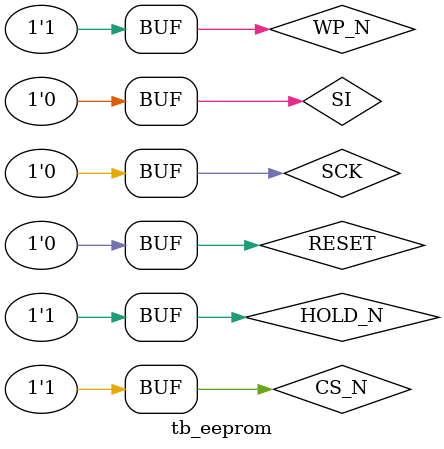
<source format=v>
`timescale 1ns / 10ps

module tb_eeprom;

	// Inputs
	reg SI;
	reg SCK;
	reg CS_N;
	reg WP_N;
	reg HOLD_N;
	reg RESET;

	// Outputs
	wire SO;

	// Instantiate the Unit Under Test (UUT)
	M25LC020A uut (
		.SI(SI), 
		.SO(SO), 
		.SCK(SCK), 
		.CS_N(CS_N), 
		.WP_N(WP_N), 
		.HOLD_N(HOLD_N), 
		.RESET(RESET)
	);

	initial begin
		// Initialize Inputs
		SI     = 1'b0;
		SCK    = 1'b0;
		CS_N   = 1'b1;
		WP_N   = 1'b1;
		HOLD_N = 1'b1;
		RESET  = 1'b0;

		/* RESET */
		#200;
      RESET = 1'b1;
      #200;
      RESET = 1'b0;
      
      /* WRITE-ENABLE */
		// Instruction
      #200;CS_N=1'b0; SI=1'b0; #200; SCK=1'b1;   // BIT0 // SS fall
      #200; SCK=1'b0; SI=1'b0; #200; SCK=1'b1;   // BIT1
      #200; SCK=1'b0; SI=1'b0; #200; SCK=1'b1;   // BIT2
      #200; SCK=1'b0; SI=1'b0; #200; SCK=1'b1;   // BIT3
      #200; SCK=1'b0; SI=1'b0; #200; SCK=1'b1;   // BIT4
      #200; SCK=1'b0; SI=1'b1; #200; SCK=1'b1;   // BIT5
      #200; SCK=1'b0; SI=1'b1; #200; SCK=1'b1;   // BIT6
      #200; SCK=1'b0; SI=1'b0; #200; SCK=1'b1;   // BIT7
      #200; SCK=1'b0;          #200; CS_N=1'b1;          // SS rise
      #1000;
      
      /* WRITE */
		// Instruction
      #200;CS_N=1'b0; SI=1'b0; #200; SCK=1'b1;   // BIT0 // SS fall
      #200; SCK=1'b0; SI=1'b0; #200; SCK=1'b1;   // BIT1
      #200; SCK=1'b0; SI=1'b0; #200; SCK=1'b1;   // BIT2
      #200; SCK=1'b0; SI=1'b0; #200; SCK=1'b1;   // BIT3
      #200; SCK=1'b0; SI=1'b0; #200; SCK=1'b1;   // BIT4
      #200; SCK=1'b0; SI=1'b0; #200; SCK=1'b1;   // BIT5
      #200; SCK=1'b0; SI=1'b1; #200; SCK=1'b1;   // BIT6
      #200; SCK=1'b0; SI=1'b0; #200; SCK=1'b1;   // BIT7
      
      // Address
      #200; SCK=1'b0; SI=1'b1; #200; SCK=1'b1;   // BIT0
      #200; SCK=1'b0; SI=1'b1; #200; SCK=1'b1;   // BIT1
      #200; SCK=1'b0; SI=1'b1; #200; SCK=1'b1;   // BIT2
      #200; SCK=1'b0; SI=1'b1; #200; SCK=1'b1;   // BIT3
      #200; SCK=1'b0; SI=1'b1; #200; SCK=1'b1;   // BIT4
      #200; SCK=1'b0; SI=1'b1; #200; SCK=1'b1;   // BIT5
      #200; SCK=1'b0; SI=1'b1; #200; SCK=1'b1;   // BIT6
      #200; SCK=1'b0; SI=1'b0; #200; SCK=1'b1;   // BIT7
      
      // Data
      #200; SCK=1'b0; SI=1'b1; #200; SCK=1'b1;   // BIT0
      #200; SCK=1'b0; SI=1'b1; #200; SCK=1'b1;   // BIT1
      #200; SCK=1'b0; SI=1'b0; #200; SCK=1'b1;   // BIT2
      #200; SCK=1'b0; SI=1'b1; #200; SCK=1'b1;   // BIT3
      #200; SCK=1'b0; SI=1'b0; #200; SCK=1'b1;   // BIT4
      #200; SCK=1'b0; SI=1'b0; #200; SCK=1'b1;   // BIT5
      #200; SCK=1'b0; SI=1'b1; #200; SCK=1'b1;   // BIT6
      #200; SCK=1'b0; SI=1'b1; #200; SCK=1'b1;   // BIT7
      #200; SCK=1'b0;          #200; CS_N=1'b1;          // SS rise
      #1000;
      
      /* READ STATUS */
		// Instruction
      #200;CS_N=1'b0; SI=1'b0; #200; SCK=1'b1;   // BIT0 // SS fall
      #200; SCK=1'b0; SI=1'b0; #200; SCK=1'b1;   // BIT1
      #200; SCK=1'b0; SI=1'b0; #200; SCK=1'b1;   // BIT2
      #200; SCK=1'b0; SI=1'b0; #200; SCK=1'b1;   // BIT3
      #200; SCK=1'b0; SI=1'b0; #200; SCK=1'b1;   // BIT4
      #200; SCK=1'b0; SI=1'b1; #200; SCK=1'b1;   // BIT5
      #200; SCK=1'b0; SI=1'b0; #200; SCK=1'b1;   // BIT6
      #200; SCK=1'b0; SI=1'b1; #200; SCK=1'b1;   // BIT7
      
      // Receive
      #200; SCK=1'b0; SI=1'b0; #200; SCK=1'b1;   // BIT0
      #200; SCK=1'b0; SI=1'b0; #200; SCK=1'b1;   // BIT1
      #200; SCK=1'b0; SI=1'b0; #200; SCK=1'b1;   // BIT2
      #200; SCK=1'b0; SI=1'b0; #200; SCK=1'b1;   // BIT3
      #200; SCK=1'b0; SI=1'b0; #200; SCK=1'b1;   // BIT4
      #200; SCK=1'b0; SI=1'b0; #200; SCK=1'b1;   // BIT5
      #200; SCK=1'b0; SI=1'b0; #200; SCK=1'b1;   // BIT6
      #200; SCK=1'b0; SI=1'b0; #200; SCK=1'b1;   // BIT7
      #200; SCK=1'b0;          #200; CS_N=1'b1;          // SS rise
      #1000;
      
      /* READ STATUS */
		// Instruction
      #200;CS_N=1'b0; SI=1'b0; #200; SCK=1'b1;   // BIT0 // SS fall
      #200; SCK=1'b0; SI=1'b0; #200; SCK=1'b1;   // BIT1
      #200; SCK=1'b0; SI=1'b0; #200; SCK=1'b1;   // BIT2
      #200; SCK=1'b0; SI=1'b0; #200; SCK=1'b1;   // BIT3
      #200; SCK=1'b0; SI=1'b0; #200; SCK=1'b1;   // BIT4
      #200; SCK=1'b0; SI=1'b1; #200; SCK=1'b1;   // BIT5
      #200; SCK=1'b0; SI=1'b0; #200; SCK=1'b1;   // BIT6
      #200; SCK=1'b0; SI=1'b1; #200; SCK=1'b1;   // BIT7
      
      // Receive
      #200; SCK=1'b0; SI=1'b0; #200; SCK=1'b1;   // BIT0
      #200; SCK=1'b0; SI=1'b0; #200; SCK=1'b1;   // BIT1
      #200; SCK=1'b0; SI=1'b0; #200; SCK=1'b1;   // BIT2
      #200; SCK=1'b0; SI=1'b0; #200; SCK=1'b1;   // BIT3
      #200; SCK=1'b0; SI=1'b0; #200; SCK=1'b1;   // BIT4
      #200; SCK=1'b0; SI=1'b0; #200; SCK=1'b1;   // BIT5
      #200; SCK=1'b0; SI=1'b0; #200; SCK=1'b1;   // BIT6
      #200; SCK=1'b0; SI=1'b0; #200; SCK=1'b1;   // BIT7
      #200; SCK=1'b0;          #200; CS_N=1'b1;          // SS rise
      #1000;
      
      /* READ */
		// Instruction
      #200;CS_N=1'b0; SI=1'b0; #200; SCK=1'b1;   // BIT0 // SS fall
      #200; SCK=1'b0; SI=1'b0; #200; SCK=1'b1;   // BIT1
      #200; SCK=1'b0; SI=1'b0; #200; SCK=1'b1;   // BIT2
      #200; SCK=1'b0; SI=1'b0; #200; SCK=1'b1;   // BIT3
      #200; SCK=1'b0; SI=1'b0; #200; SCK=1'b1;   // BIT4
      #200; SCK=1'b0; SI=1'b0; #200; SCK=1'b1;   // BIT5
      #200; SCK=1'b0; SI=1'b1; #200; SCK=1'b1;   // BIT6
      #200; SCK=1'b0; SI=1'b1; #200; SCK=1'b1;   // BIT7
      
      // Address
      #200; SCK=1'b0; SI=1'b1; #200; SCK=1'b1;   // BIT0
      #200; SCK=1'b0; SI=1'b1; #200; SCK=1'b1;   // BIT1
      #200; SCK=1'b0; SI=1'b1; #200; SCK=1'b1;   // BIT2
      #200; SCK=1'b0; SI=1'b1; #200; SCK=1'b1;   // BIT3
      #200; SCK=1'b0; SI=1'b1; #200; SCK=1'b1;   // BIT4
      #200; SCK=1'b0; SI=1'b1; #200; SCK=1'b1;   // BIT5
      #200; SCK=1'b0; SI=1'b1; #200; SCK=1'b1;   // BIT6
      #200; SCK=1'b0; SI=1'b0; #200; SCK=1'b1;   // BIT7
      
      // Receive
      #200; SCK=1'b0; SI=1'b0; #200; SCK=1'b1;   // BIT0
      #200; SCK=1'b0; SI=1'b0; #200; SCK=1'b1;   // BIT1
      #200; SCK=1'b0; SI=1'b0; #200; SCK=1'b1;   // BIT2
      #200; SCK=1'b0; SI=1'b0; #200; SCK=1'b1;   // BIT3
      #200; SCK=1'b0; SI=1'b0; #200; SCK=1'b1;   // BIT4
      #200; SCK=1'b0; SI=1'b0; #200; SCK=1'b1;   // BIT5
      #200; SCK=1'b0; SI=1'b0; #200; SCK=1'b1;   // BIT6
      #200; SCK=1'b0; SI=1'b0; #200; SCK=1'b1;   // BIT7
      #200; SCK=1'b0;          #200; CS_N=1'b1;          // SS rise
      #1000;
      
	end
      
endmodule


</source>
